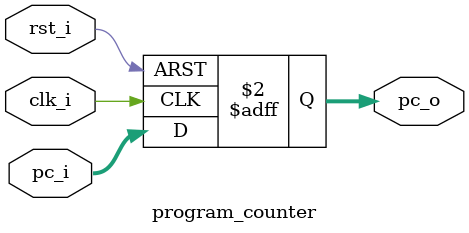
<source format=sv>
`timescale 1ns / 1ps


module program_counter(
 input  logic        clk_i
,input  logic        rst_i
,input  logic [31:0] pc_i
,output logic [31:0] pc_o
);

//  logic [31:0] buff;
//  initial buff = 32'b0;
//  initial pc_o = buff;
  //initial pc_o = 32'b0;
  
  
  always_ff @(posedge clk_i or posedge rst_i) begin
    if(rst_i)
      pc_o <= 32'b0;
    else
      pc_o <=  pc_i;
  end
  
  
endmodule

</source>
